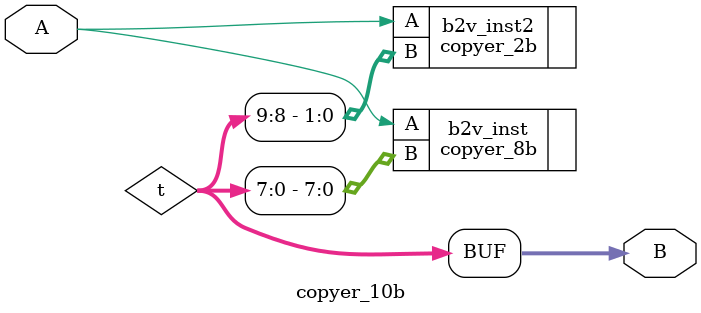
<source format=v>


module copyer_10b(
	A,
	B
);


input wire	[0:0] A;
output wire	[9:0] B;

wire	[9:0] t;





copyer_8b	b2v_inst(
	.A(A),
	.B(t[7:0]));


copyer_2b	b2v_inst2(
	.A(A),
	.B(t[9:8]));

assign	B = t;

endmodule

</source>
